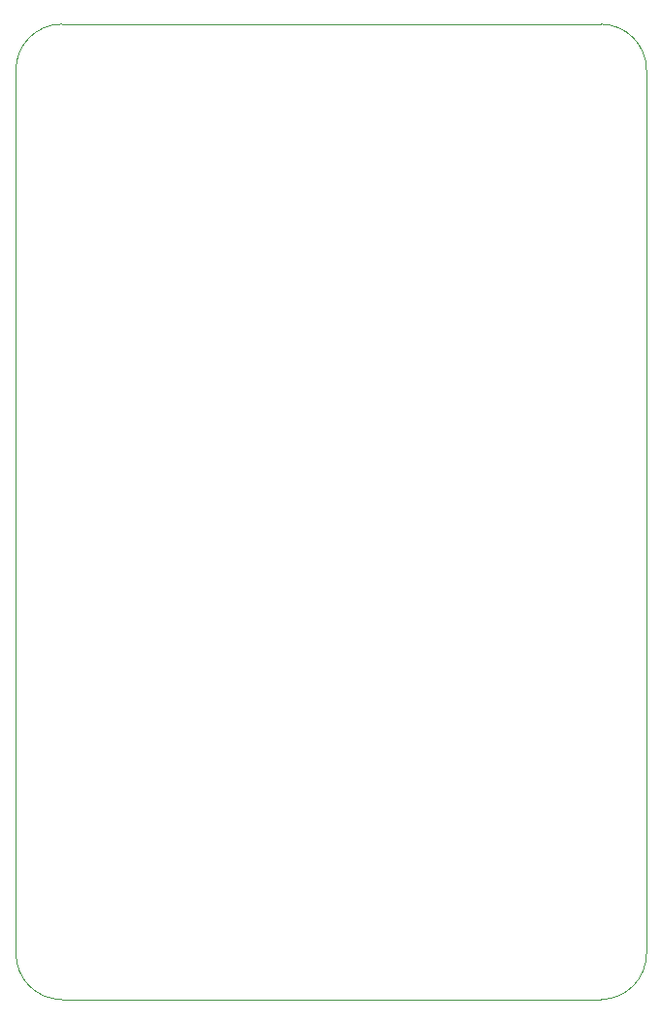
<source format=gko>
G04 Layer_Color=16711935*
%FSLAX25Y25*%
%MOIN*%
G70*
G01*
G75*
%ADD96C,0.00100*%
D96*
X15748Y334646D02*
G03*
X-0Y318898I-0J-15748D01*
G01*
X216535Y318898D02*
G03*
X200787Y334646I-15748J0D01*
G01*
X200787Y0D02*
G03*
X216535Y15748I-0J15748D01*
G01*
X0D02*
G03*
X15748Y0I15748J-0D01*
G01*
X-0Y318898D02*
X0Y15748D01*
X15748Y334646D02*
X200787Y334646D01*
X15748Y0D02*
X200787D01*
X216535Y318898D02*
X216535Y15748D01*
M02*

</source>
